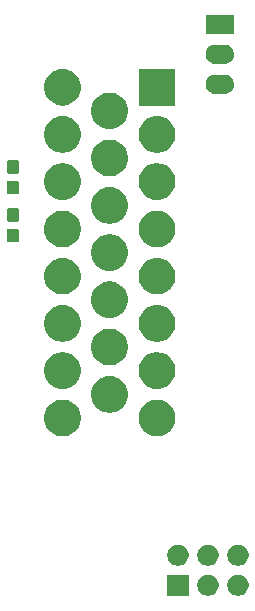
<source format=gbr>
G04 #@! TF.GenerationSoftware,KiCad,Pcbnew,5.1.5-52549c5~84~ubuntu18.04.1*
G04 #@! TF.CreationDate,2020-03-02T19:52:30-05:00*
G04 #@! TF.ProjectId,pedal-board-2020,70656461-6c2d-4626-9f61-72642d323032,rev?*
G04 #@! TF.SameCoordinates,Original*
G04 #@! TF.FileFunction,Soldermask,Bot*
G04 #@! TF.FilePolarity,Negative*
%FSLAX46Y46*%
G04 Gerber Fmt 4.6, Leading zero omitted, Abs format (unit mm)*
G04 Created by KiCad (PCBNEW 5.1.5-52549c5~84~ubuntu18.04.1) date 2020-03-02 19:52:30*
%MOMM*%
%LPD*%
G04 APERTURE LIST*
%ADD10C,0.100000*%
G04 APERTURE END LIST*
D10*
G36*
X98691000Y-111391000D02*
G01*
X96889000Y-111391000D01*
X96889000Y-109589000D01*
X98691000Y-109589000D01*
X98691000Y-111391000D01*
G37*
G36*
X100443512Y-109593927D02*
G01*
X100592812Y-109623624D01*
X100756784Y-109691544D01*
X100904354Y-109790147D01*
X101029853Y-109915646D01*
X101128456Y-110063216D01*
X101196376Y-110227188D01*
X101231000Y-110401259D01*
X101231000Y-110578741D01*
X101196376Y-110752812D01*
X101128456Y-110916784D01*
X101029853Y-111064354D01*
X100904354Y-111189853D01*
X100756784Y-111288456D01*
X100592812Y-111356376D01*
X100443512Y-111386073D01*
X100418742Y-111391000D01*
X100241258Y-111391000D01*
X100216488Y-111386073D01*
X100067188Y-111356376D01*
X99903216Y-111288456D01*
X99755646Y-111189853D01*
X99630147Y-111064354D01*
X99531544Y-110916784D01*
X99463624Y-110752812D01*
X99429000Y-110578741D01*
X99429000Y-110401259D01*
X99463624Y-110227188D01*
X99531544Y-110063216D01*
X99630147Y-109915646D01*
X99755646Y-109790147D01*
X99903216Y-109691544D01*
X100067188Y-109623624D01*
X100216488Y-109593927D01*
X100241258Y-109589000D01*
X100418742Y-109589000D01*
X100443512Y-109593927D01*
G37*
G36*
X102983512Y-109593927D02*
G01*
X103132812Y-109623624D01*
X103296784Y-109691544D01*
X103444354Y-109790147D01*
X103569853Y-109915646D01*
X103668456Y-110063216D01*
X103736376Y-110227188D01*
X103771000Y-110401259D01*
X103771000Y-110578741D01*
X103736376Y-110752812D01*
X103668456Y-110916784D01*
X103569853Y-111064354D01*
X103444354Y-111189853D01*
X103296784Y-111288456D01*
X103132812Y-111356376D01*
X102983512Y-111386073D01*
X102958742Y-111391000D01*
X102781258Y-111391000D01*
X102756488Y-111386073D01*
X102607188Y-111356376D01*
X102443216Y-111288456D01*
X102295646Y-111189853D01*
X102170147Y-111064354D01*
X102071544Y-110916784D01*
X102003624Y-110752812D01*
X101969000Y-110578741D01*
X101969000Y-110401259D01*
X102003624Y-110227188D01*
X102071544Y-110063216D01*
X102170147Y-109915646D01*
X102295646Y-109790147D01*
X102443216Y-109691544D01*
X102607188Y-109623624D01*
X102756488Y-109593927D01*
X102781258Y-109589000D01*
X102958742Y-109589000D01*
X102983512Y-109593927D01*
G37*
G36*
X97903512Y-107053927D02*
G01*
X98052812Y-107083624D01*
X98216784Y-107151544D01*
X98364354Y-107250147D01*
X98489853Y-107375646D01*
X98588456Y-107523216D01*
X98656376Y-107687188D01*
X98691000Y-107861259D01*
X98691000Y-108038741D01*
X98656376Y-108212812D01*
X98588456Y-108376784D01*
X98489853Y-108524354D01*
X98364354Y-108649853D01*
X98216784Y-108748456D01*
X98052812Y-108816376D01*
X97903512Y-108846073D01*
X97878742Y-108851000D01*
X97701258Y-108851000D01*
X97676488Y-108846073D01*
X97527188Y-108816376D01*
X97363216Y-108748456D01*
X97215646Y-108649853D01*
X97090147Y-108524354D01*
X96991544Y-108376784D01*
X96923624Y-108212812D01*
X96889000Y-108038741D01*
X96889000Y-107861259D01*
X96923624Y-107687188D01*
X96991544Y-107523216D01*
X97090147Y-107375646D01*
X97215646Y-107250147D01*
X97363216Y-107151544D01*
X97527188Y-107083624D01*
X97676488Y-107053927D01*
X97701258Y-107049000D01*
X97878742Y-107049000D01*
X97903512Y-107053927D01*
G37*
G36*
X100443512Y-107053927D02*
G01*
X100592812Y-107083624D01*
X100756784Y-107151544D01*
X100904354Y-107250147D01*
X101029853Y-107375646D01*
X101128456Y-107523216D01*
X101196376Y-107687188D01*
X101231000Y-107861259D01*
X101231000Y-108038741D01*
X101196376Y-108212812D01*
X101128456Y-108376784D01*
X101029853Y-108524354D01*
X100904354Y-108649853D01*
X100756784Y-108748456D01*
X100592812Y-108816376D01*
X100443512Y-108846073D01*
X100418742Y-108851000D01*
X100241258Y-108851000D01*
X100216488Y-108846073D01*
X100067188Y-108816376D01*
X99903216Y-108748456D01*
X99755646Y-108649853D01*
X99630147Y-108524354D01*
X99531544Y-108376784D01*
X99463624Y-108212812D01*
X99429000Y-108038741D01*
X99429000Y-107861259D01*
X99463624Y-107687188D01*
X99531544Y-107523216D01*
X99630147Y-107375646D01*
X99755646Y-107250147D01*
X99903216Y-107151544D01*
X100067188Y-107083624D01*
X100216488Y-107053927D01*
X100241258Y-107049000D01*
X100418742Y-107049000D01*
X100443512Y-107053927D01*
G37*
G36*
X102983512Y-107053927D02*
G01*
X103132812Y-107083624D01*
X103296784Y-107151544D01*
X103444354Y-107250147D01*
X103569853Y-107375646D01*
X103668456Y-107523216D01*
X103736376Y-107687188D01*
X103771000Y-107861259D01*
X103771000Y-108038741D01*
X103736376Y-108212812D01*
X103668456Y-108376784D01*
X103569853Y-108524354D01*
X103444354Y-108649853D01*
X103296784Y-108748456D01*
X103132812Y-108816376D01*
X102983512Y-108846073D01*
X102958742Y-108851000D01*
X102781258Y-108851000D01*
X102756488Y-108846073D01*
X102607188Y-108816376D01*
X102443216Y-108748456D01*
X102295646Y-108649853D01*
X102170147Y-108524354D01*
X102071544Y-108376784D01*
X102003624Y-108212812D01*
X101969000Y-108038741D01*
X101969000Y-107861259D01*
X102003624Y-107687188D01*
X102071544Y-107523216D01*
X102170147Y-107375646D01*
X102295646Y-107250147D01*
X102443216Y-107151544D01*
X102607188Y-107083624D01*
X102756488Y-107053927D01*
X102781258Y-107049000D01*
X102958742Y-107049000D01*
X102983512Y-107053927D01*
G37*
G36*
X96314585Y-94804802D02*
G01*
X96464410Y-94834604D01*
X96746674Y-94951521D01*
X97000705Y-95121259D01*
X97216741Y-95337295D01*
X97386479Y-95591326D01*
X97503396Y-95873590D01*
X97563000Y-96173240D01*
X97563000Y-96478760D01*
X97503396Y-96778410D01*
X97386479Y-97060674D01*
X97216741Y-97314705D01*
X97000705Y-97530741D01*
X96746674Y-97700479D01*
X96464410Y-97817396D01*
X96314585Y-97847198D01*
X96164761Y-97877000D01*
X95859239Y-97877000D01*
X95709415Y-97847198D01*
X95559590Y-97817396D01*
X95277326Y-97700479D01*
X95023295Y-97530741D01*
X94807259Y-97314705D01*
X94637521Y-97060674D01*
X94520604Y-96778410D01*
X94461000Y-96478760D01*
X94461000Y-96173240D01*
X94520604Y-95873590D01*
X94637521Y-95591326D01*
X94807259Y-95337295D01*
X95023295Y-95121259D01*
X95277326Y-94951521D01*
X95559590Y-94834604D01*
X95709415Y-94804802D01*
X95859239Y-94775000D01*
X96164761Y-94775000D01*
X96314585Y-94804802D01*
G37*
G36*
X88314585Y-94804802D02*
G01*
X88464410Y-94834604D01*
X88746674Y-94951521D01*
X89000705Y-95121259D01*
X89216741Y-95337295D01*
X89386479Y-95591326D01*
X89503396Y-95873590D01*
X89563000Y-96173240D01*
X89563000Y-96478760D01*
X89503396Y-96778410D01*
X89386479Y-97060674D01*
X89216741Y-97314705D01*
X89000705Y-97530741D01*
X88746674Y-97700479D01*
X88464410Y-97817396D01*
X88314585Y-97847198D01*
X88164761Y-97877000D01*
X87859239Y-97877000D01*
X87709415Y-97847198D01*
X87559590Y-97817396D01*
X87277326Y-97700479D01*
X87023295Y-97530741D01*
X86807259Y-97314705D01*
X86637521Y-97060674D01*
X86520604Y-96778410D01*
X86461000Y-96478760D01*
X86461000Y-96173240D01*
X86520604Y-95873590D01*
X86637521Y-95591326D01*
X86807259Y-95337295D01*
X87023295Y-95121259D01*
X87277326Y-94951521D01*
X87559590Y-94834604D01*
X87709415Y-94804802D01*
X87859239Y-94775000D01*
X88164761Y-94775000D01*
X88314585Y-94804802D01*
G37*
G36*
X92314585Y-92804802D02*
G01*
X92464410Y-92834604D01*
X92746674Y-92951521D01*
X93000705Y-93121259D01*
X93216741Y-93337295D01*
X93386479Y-93591326D01*
X93503396Y-93873590D01*
X93563000Y-94173240D01*
X93563000Y-94478760D01*
X93503396Y-94778410D01*
X93386479Y-95060674D01*
X93216741Y-95314705D01*
X93000705Y-95530741D01*
X92746674Y-95700479D01*
X92464410Y-95817396D01*
X92314585Y-95847198D01*
X92164761Y-95877000D01*
X91859239Y-95877000D01*
X91709415Y-95847198D01*
X91559590Y-95817396D01*
X91277326Y-95700479D01*
X91023295Y-95530741D01*
X90807259Y-95314705D01*
X90637521Y-95060674D01*
X90520604Y-94778410D01*
X90461000Y-94478760D01*
X90461000Y-94173240D01*
X90520604Y-93873590D01*
X90637521Y-93591326D01*
X90807259Y-93337295D01*
X91023295Y-93121259D01*
X91277326Y-92951521D01*
X91559590Y-92834604D01*
X91709415Y-92804802D01*
X91859239Y-92775000D01*
X92164761Y-92775000D01*
X92314585Y-92804802D01*
G37*
G36*
X88314585Y-90804802D02*
G01*
X88464410Y-90834604D01*
X88746674Y-90951521D01*
X89000705Y-91121259D01*
X89216741Y-91337295D01*
X89386479Y-91591326D01*
X89503396Y-91873590D01*
X89563000Y-92173240D01*
X89563000Y-92478760D01*
X89503396Y-92778410D01*
X89386479Y-93060674D01*
X89216741Y-93314705D01*
X89000705Y-93530741D01*
X88746674Y-93700479D01*
X88464410Y-93817396D01*
X88314585Y-93847198D01*
X88164761Y-93877000D01*
X87859239Y-93877000D01*
X87709415Y-93847198D01*
X87559590Y-93817396D01*
X87277326Y-93700479D01*
X87023295Y-93530741D01*
X86807259Y-93314705D01*
X86637521Y-93060674D01*
X86520604Y-92778410D01*
X86461000Y-92478760D01*
X86461000Y-92173240D01*
X86520604Y-91873590D01*
X86637521Y-91591326D01*
X86807259Y-91337295D01*
X87023295Y-91121259D01*
X87277326Y-90951521D01*
X87559590Y-90834604D01*
X87709415Y-90804802D01*
X87859239Y-90775000D01*
X88164761Y-90775000D01*
X88314585Y-90804802D01*
G37*
G36*
X96314585Y-90804802D02*
G01*
X96464410Y-90834604D01*
X96746674Y-90951521D01*
X97000705Y-91121259D01*
X97216741Y-91337295D01*
X97386479Y-91591326D01*
X97503396Y-91873590D01*
X97563000Y-92173240D01*
X97563000Y-92478760D01*
X97503396Y-92778410D01*
X97386479Y-93060674D01*
X97216741Y-93314705D01*
X97000705Y-93530741D01*
X96746674Y-93700479D01*
X96464410Y-93817396D01*
X96314585Y-93847198D01*
X96164761Y-93877000D01*
X95859239Y-93877000D01*
X95709415Y-93847198D01*
X95559590Y-93817396D01*
X95277326Y-93700479D01*
X95023295Y-93530741D01*
X94807259Y-93314705D01*
X94637521Y-93060674D01*
X94520604Y-92778410D01*
X94461000Y-92478760D01*
X94461000Y-92173240D01*
X94520604Y-91873590D01*
X94637521Y-91591326D01*
X94807259Y-91337295D01*
X95023295Y-91121259D01*
X95277326Y-90951521D01*
X95559590Y-90834604D01*
X95709415Y-90804802D01*
X95859239Y-90775000D01*
X96164761Y-90775000D01*
X96314585Y-90804802D01*
G37*
G36*
X92314585Y-88804802D02*
G01*
X92464410Y-88834604D01*
X92746674Y-88951521D01*
X93000705Y-89121259D01*
X93216741Y-89337295D01*
X93386479Y-89591326D01*
X93503396Y-89873590D01*
X93563000Y-90173240D01*
X93563000Y-90478760D01*
X93503396Y-90778410D01*
X93386479Y-91060674D01*
X93216741Y-91314705D01*
X93000705Y-91530741D01*
X92746674Y-91700479D01*
X92464410Y-91817396D01*
X92314585Y-91847198D01*
X92164761Y-91877000D01*
X91859239Y-91877000D01*
X91709415Y-91847198D01*
X91559590Y-91817396D01*
X91277326Y-91700479D01*
X91023295Y-91530741D01*
X90807259Y-91314705D01*
X90637521Y-91060674D01*
X90520604Y-90778410D01*
X90461000Y-90478760D01*
X90461000Y-90173240D01*
X90520604Y-89873590D01*
X90637521Y-89591326D01*
X90807259Y-89337295D01*
X91023295Y-89121259D01*
X91277326Y-88951521D01*
X91559590Y-88834604D01*
X91709415Y-88804802D01*
X91859239Y-88775000D01*
X92164761Y-88775000D01*
X92314585Y-88804802D01*
G37*
G36*
X96314585Y-86804802D02*
G01*
X96464410Y-86834604D01*
X96746674Y-86951521D01*
X97000705Y-87121259D01*
X97216741Y-87337295D01*
X97386479Y-87591326D01*
X97503396Y-87873590D01*
X97563000Y-88173240D01*
X97563000Y-88478760D01*
X97503396Y-88778410D01*
X97386479Y-89060674D01*
X97216741Y-89314705D01*
X97000705Y-89530741D01*
X96746674Y-89700479D01*
X96464410Y-89817396D01*
X96314585Y-89847198D01*
X96164761Y-89877000D01*
X95859239Y-89877000D01*
X95709415Y-89847198D01*
X95559590Y-89817396D01*
X95277326Y-89700479D01*
X95023295Y-89530741D01*
X94807259Y-89314705D01*
X94637521Y-89060674D01*
X94520604Y-88778410D01*
X94461000Y-88478760D01*
X94461000Y-88173240D01*
X94520604Y-87873590D01*
X94637521Y-87591326D01*
X94807259Y-87337295D01*
X95023295Y-87121259D01*
X95277326Y-86951521D01*
X95559590Y-86834604D01*
X95709415Y-86804802D01*
X95859239Y-86775000D01*
X96164761Y-86775000D01*
X96314585Y-86804802D01*
G37*
G36*
X88314585Y-86804802D02*
G01*
X88464410Y-86834604D01*
X88746674Y-86951521D01*
X89000705Y-87121259D01*
X89216741Y-87337295D01*
X89386479Y-87591326D01*
X89503396Y-87873590D01*
X89563000Y-88173240D01*
X89563000Y-88478760D01*
X89503396Y-88778410D01*
X89386479Y-89060674D01*
X89216741Y-89314705D01*
X89000705Y-89530741D01*
X88746674Y-89700479D01*
X88464410Y-89817396D01*
X88314585Y-89847198D01*
X88164761Y-89877000D01*
X87859239Y-89877000D01*
X87709415Y-89847198D01*
X87559590Y-89817396D01*
X87277326Y-89700479D01*
X87023295Y-89530741D01*
X86807259Y-89314705D01*
X86637521Y-89060674D01*
X86520604Y-88778410D01*
X86461000Y-88478760D01*
X86461000Y-88173240D01*
X86520604Y-87873590D01*
X86637521Y-87591326D01*
X86807259Y-87337295D01*
X87023295Y-87121259D01*
X87277326Y-86951521D01*
X87559590Y-86834604D01*
X87709415Y-86804802D01*
X87859239Y-86775000D01*
X88164761Y-86775000D01*
X88314585Y-86804802D01*
G37*
G36*
X92314585Y-84804802D02*
G01*
X92464410Y-84834604D01*
X92746674Y-84951521D01*
X93000705Y-85121259D01*
X93216741Y-85337295D01*
X93386479Y-85591326D01*
X93503396Y-85873590D01*
X93563000Y-86173240D01*
X93563000Y-86478760D01*
X93503396Y-86778410D01*
X93386479Y-87060674D01*
X93216741Y-87314705D01*
X93000705Y-87530741D01*
X92746674Y-87700479D01*
X92464410Y-87817396D01*
X92314585Y-87847198D01*
X92164761Y-87877000D01*
X91859239Y-87877000D01*
X91709415Y-87847198D01*
X91559590Y-87817396D01*
X91277326Y-87700479D01*
X91023295Y-87530741D01*
X90807259Y-87314705D01*
X90637521Y-87060674D01*
X90520604Y-86778410D01*
X90461000Y-86478760D01*
X90461000Y-86173240D01*
X90520604Y-85873590D01*
X90637521Y-85591326D01*
X90807259Y-85337295D01*
X91023295Y-85121259D01*
X91277326Y-84951521D01*
X91559590Y-84834604D01*
X91709415Y-84804802D01*
X91859239Y-84775000D01*
X92164761Y-84775000D01*
X92314585Y-84804802D01*
G37*
G36*
X96314585Y-82804802D02*
G01*
X96464410Y-82834604D01*
X96746674Y-82951521D01*
X97000705Y-83121259D01*
X97216741Y-83337295D01*
X97386479Y-83591326D01*
X97503396Y-83873590D01*
X97563000Y-84173240D01*
X97563000Y-84478760D01*
X97503396Y-84778410D01*
X97386479Y-85060674D01*
X97216741Y-85314705D01*
X97000705Y-85530741D01*
X96746674Y-85700479D01*
X96464410Y-85817396D01*
X96314585Y-85847198D01*
X96164761Y-85877000D01*
X95859239Y-85877000D01*
X95709415Y-85847198D01*
X95559590Y-85817396D01*
X95277326Y-85700479D01*
X95023295Y-85530741D01*
X94807259Y-85314705D01*
X94637521Y-85060674D01*
X94520604Y-84778410D01*
X94461000Y-84478760D01*
X94461000Y-84173240D01*
X94520604Y-83873590D01*
X94637521Y-83591326D01*
X94807259Y-83337295D01*
X95023295Y-83121259D01*
X95277326Y-82951521D01*
X95559590Y-82834604D01*
X95709415Y-82804802D01*
X95859239Y-82775000D01*
X96164761Y-82775000D01*
X96314585Y-82804802D01*
G37*
G36*
X88314585Y-82804802D02*
G01*
X88464410Y-82834604D01*
X88746674Y-82951521D01*
X89000705Y-83121259D01*
X89216741Y-83337295D01*
X89386479Y-83591326D01*
X89503396Y-83873590D01*
X89563000Y-84173240D01*
X89563000Y-84478760D01*
X89503396Y-84778410D01*
X89386479Y-85060674D01*
X89216741Y-85314705D01*
X89000705Y-85530741D01*
X88746674Y-85700479D01*
X88464410Y-85817396D01*
X88314585Y-85847198D01*
X88164761Y-85877000D01*
X87859239Y-85877000D01*
X87709415Y-85847198D01*
X87559590Y-85817396D01*
X87277326Y-85700479D01*
X87023295Y-85530741D01*
X86807259Y-85314705D01*
X86637521Y-85060674D01*
X86520604Y-84778410D01*
X86461000Y-84478760D01*
X86461000Y-84173240D01*
X86520604Y-83873590D01*
X86637521Y-83591326D01*
X86807259Y-83337295D01*
X87023295Y-83121259D01*
X87277326Y-82951521D01*
X87559590Y-82834604D01*
X87709415Y-82804802D01*
X87859239Y-82775000D01*
X88164761Y-82775000D01*
X88314585Y-82804802D01*
G37*
G36*
X92314585Y-80804802D02*
G01*
X92464410Y-80834604D01*
X92746674Y-80951521D01*
X93000705Y-81121259D01*
X93216741Y-81337295D01*
X93386479Y-81591326D01*
X93503396Y-81873590D01*
X93563000Y-82173240D01*
X93563000Y-82478760D01*
X93503396Y-82778410D01*
X93386479Y-83060674D01*
X93216741Y-83314705D01*
X93000705Y-83530741D01*
X92746674Y-83700479D01*
X92464410Y-83817396D01*
X92314585Y-83847198D01*
X92164761Y-83877000D01*
X91859239Y-83877000D01*
X91709415Y-83847198D01*
X91559590Y-83817396D01*
X91277326Y-83700479D01*
X91023295Y-83530741D01*
X90807259Y-83314705D01*
X90637521Y-83060674D01*
X90520604Y-82778410D01*
X90461000Y-82478760D01*
X90461000Y-82173240D01*
X90520604Y-81873590D01*
X90637521Y-81591326D01*
X90807259Y-81337295D01*
X91023295Y-81121259D01*
X91277326Y-80951521D01*
X91559590Y-80834604D01*
X91709415Y-80804802D01*
X91859239Y-80775000D01*
X92164761Y-80775000D01*
X92314585Y-80804802D01*
G37*
G36*
X88314585Y-78804802D02*
G01*
X88464410Y-78834604D01*
X88746674Y-78951521D01*
X89000705Y-79121259D01*
X89216741Y-79337295D01*
X89386479Y-79591326D01*
X89503396Y-79873590D01*
X89503396Y-79873591D01*
X89563000Y-80173239D01*
X89563000Y-80478761D01*
X89533198Y-80628585D01*
X89503396Y-80778410D01*
X89386479Y-81060674D01*
X89216741Y-81314705D01*
X89000705Y-81530741D01*
X88746674Y-81700479D01*
X88464410Y-81817396D01*
X88314585Y-81847198D01*
X88164761Y-81877000D01*
X87859239Y-81877000D01*
X87709415Y-81847198D01*
X87559590Y-81817396D01*
X87277326Y-81700479D01*
X87023295Y-81530741D01*
X86807259Y-81314705D01*
X86637521Y-81060674D01*
X86520604Y-80778410D01*
X86490802Y-80628585D01*
X86461000Y-80478761D01*
X86461000Y-80173239D01*
X86520604Y-79873591D01*
X86520604Y-79873590D01*
X86637521Y-79591326D01*
X86807259Y-79337295D01*
X87023295Y-79121259D01*
X87277326Y-78951521D01*
X87559590Y-78834604D01*
X87709415Y-78804802D01*
X87859239Y-78775000D01*
X88164761Y-78775000D01*
X88314585Y-78804802D01*
G37*
G36*
X96314585Y-78804802D02*
G01*
X96464410Y-78834604D01*
X96746674Y-78951521D01*
X97000705Y-79121259D01*
X97216741Y-79337295D01*
X97386479Y-79591326D01*
X97503396Y-79873590D01*
X97503396Y-79873591D01*
X97563000Y-80173239D01*
X97563000Y-80478761D01*
X97533198Y-80628585D01*
X97503396Y-80778410D01*
X97386479Y-81060674D01*
X97216741Y-81314705D01*
X97000705Y-81530741D01*
X96746674Y-81700479D01*
X96464410Y-81817396D01*
X96314585Y-81847198D01*
X96164761Y-81877000D01*
X95859239Y-81877000D01*
X95709415Y-81847198D01*
X95559590Y-81817396D01*
X95277326Y-81700479D01*
X95023295Y-81530741D01*
X94807259Y-81314705D01*
X94637521Y-81060674D01*
X94520604Y-80778410D01*
X94490802Y-80628585D01*
X94461000Y-80478761D01*
X94461000Y-80173239D01*
X94520604Y-79873591D01*
X94520604Y-79873590D01*
X94637521Y-79591326D01*
X94807259Y-79337295D01*
X95023295Y-79121259D01*
X95277326Y-78951521D01*
X95559590Y-78834604D01*
X95709415Y-78804802D01*
X95859239Y-78775000D01*
X96164761Y-78775000D01*
X96314585Y-78804802D01*
G37*
G36*
X84184499Y-80313445D02*
G01*
X84221995Y-80324820D01*
X84256554Y-80343292D01*
X84286847Y-80368153D01*
X84311708Y-80398446D01*
X84330180Y-80433005D01*
X84341555Y-80470501D01*
X84346000Y-80515638D01*
X84346000Y-81254362D01*
X84341555Y-81299499D01*
X84330180Y-81336995D01*
X84311708Y-81371554D01*
X84286847Y-81401847D01*
X84256554Y-81426708D01*
X84221995Y-81445180D01*
X84184499Y-81456555D01*
X84139362Y-81461000D01*
X83500638Y-81461000D01*
X83455501Y-81456555D01*
X83418005Y-81445180D01*
X83383446Y-81426708D01*
X83353153Y-81401847D01*
X83328292Y-81371554D01*
X83309820Y-81336995D01*
X83298445Y-81299499D01*
X83294000Y-81254362D01*
X83294000Y-80515638D01*
X83298445Y-80470501D01*
X83309820Y-80433005D01*
X83328292Y-80398446D01*
X83353153Y-80368153D01*
X83383446Y-80343292D01*
X83418005Y-80324820D01*
X83455501Y-80313445D01*
X83500638Y-80309000D01*
X84139362Y-80309000D01*
X84184499Y-80313445D01*
G37*
G36*
X92314585Y-76804802D02*
G01*
X92464410Y-76834604D01*
X92746674Y-76951521D01*
X93000705Y-77121259D01*
X93216741Y-77337295D01*
X93386479Y-77591326D01*
X93503396Y-77873590D01*
X93563000Y-78173240D01*
X93563000Y-78478760D01*
X93503396Y-78778410D01*
X93386479Y-79060674D01*
X93216741Y-79314705D01*
X93000705Y-79530741D01*
X92746674Y-79700479D01*
X92464410Y-79817396D01*
X92314585Y-79847198D01*
X92164761Y-79877000D01*
X91859239Y-79877000D01*
X91709415Y-79847198D01*
X91559590Y-79817396D01*
X91277326Y-79700479D01*
X91023295Y-79530741D01*
X90807259Y-79314705D01*
X90637521Y-79060674D01*
X90520604Y-78778410D01*
X90461000Y-78478760D01*
X90461000Y-78173240D01*
X90520604Y-77873590D01*
X90637521Y-77591326D01*
X90807259Y-77337295D01*
X91023295Y-77121259D01*
X91277326Y-76951521D01*
X91559590Y-76834604D01*
X91709415Y-76804802D01*
X91859239Y-76775000D01*
X92164761Y-76775000D01*
X92314585Y-76804802D01*
G37*
G36*
X84184499Y-78563445D02*
G01*
X84221995Y-78574820D01*
X84256554Y-78593292D01*
X84286847Y-78618153D01*
X84311708Y-78648446D01*
X84330180Y-78683005D01*
X84341555Y-78720501D01*
X84346000Y-78765638D01*
X84346000Y-79504362D01*
X84341555Y-79549499D01*
X84330180Y-79586995D01*
X84311708Y-79621554D01*
X84286847Y-79651847D01*
X84256554Y-79676708D01*
X84221995Y-79695180D01*
X84184499Y-79706555D01*
X84139362Y-79711000D01*
X83500638Y-79711000D01*
X83455501Y-79706555D01*
X83418005Y-79695180D01*
X83383446Y-79676708D01*
X83353153Y-79651847D01*
X83328292Y-79621554D01*
X83309820Y-79586995D01*
X83298445Y-79549499D01*
X83294000Y-79504362D01*
X83294000Y-78765638D01*
X83298445Y-78720501D01*
X83309820Y-78683005D01*
X83328292Y-78648446D01*
X83353153Y-78618153D01*
X83383446Y-78593292D01*
X83418005Y-78574820D01*
X83455501Y-78563445D01*
X83500638Y-78559000D01*
X84139362Y-78559000D01*
X84184499Y-78563445D01*
G37*
G36*
X96314585Y-74804802D02*
G01*
X96464410Y-74834604D01*
X96746674Y-74951521D01*
X97000705Y-75121259D01*
X97216741Y-75337295D01*
X97386479Y-75591326D01*
X97503396Y-75873590D01*
X97563000Y-76173240D01*
X97563000Y-76478760D01*
X97503396Y-76778410D01*
X97386479Y-77060674D01*
X97216741Y-77314705D01*
X97000705Y-77530741D01*
X96746674Y-77700479D01*
X96464410Y-77817396D01*
X96314585Y-77847198D01*
X96164761Y-77877000D01*
X95859239Y-77877000D01*
X95709415Y-77847198D01*
X95559590Y-77817396D01*
X95277326Y-77700479D01*
X95023295Y-77530741D01*
X94807259Y-77314705D01*
X94637521Y-77060674D01*
X94520604Y-76778410D01*
X94461000Y-76478760D01*
X94461000Y-76173240D01*
X94520604Y-75873590D01*
X94637521Y-75591326D01*
X94807259Y-75337295D01*
X95023295Y-75121259D01*
X95277326Y-74951521D01*
X95559590Y-74834604D01*
X95709415Y-74804802D01*
X95859239Y-74775000D01*
X96164761Y-74775000D01*
X96314585Y-74804802D01*
G37*
G36*
X88314585Y-74804802D02*
G01*
X88464410Y-74834604D01*
X88746674Y-74951521D01*
X89000705Y-75121259D01*
X89216741Y-75337295D01*
X89386479Y-75591326D01*
X89503396Y-75873590D01*
X89563000Y-76173240D01*
X89563000Y-76478760D01*
X89503396Y-76778410D01*
X89386479Y-77060674D01*
X89216741Y-77314705D01*
X89000705Y-77530741D01*
X88746674Y-77700479D01*
X88464410Y-77817396D01*
X88314585Y-77847198D01*
X88164761Y-77877000D01*
X87859239Y-77877000D01*
X87709415Y-77847198D01*
X87559590Y-77817396D01*
X87277326Y-77700479D01*
X87023295Y-77530741D01*
X86807259Y-77314705D01*
X86637521Y-77060674D01*
X86520604Y-76778410D01*
X86461000Y-76478760D01*
X86461000Y-76173240D01*
X86520604Y-75873590D01*
X86637521Y-75591326D01*
X86807259Y-75337295D01*
X87023295Y-75121259D01*
X87277326Y-74951521D01*
X87559590Y-74834604D01*
X87709415Y-74804802D01*
X87859239Y-74775000D01*
X88164761Y-74775000D01*
X88314585Y-74804802D01*
G37*
G36*
X84184499Y-76249445D02*
G01*
X84221995Y-76260820D01*
X84256554Y-76279292D01*
X84286847Y-76304153D01*
X84311708Y-76334446D01*
X84330180Y-76369005D01*
X84341555Y-76406501D01*
X84346000Y-76451638D01*
X84346000Y-77190362D01*
X84341555Y-77235499D01*
X84330180Y-77272995D01*
X84311708Y-77307554D01*
X84286847Y-77337847D01*
X84256554Y-77362708D01*
X84221995Y-77381180D01*
X84184499Y-77392555D01*
X84139362Y-77397000D01*
X83500638Y-77397000D01*
X83455501Y-77392555D01*
X83418005Y-77381180D01*
X83383446Y-77362708D01*
X83353153Y-77337847D01*
X83328292Y-77307554D01*
X83309820Y-77272995D01*
X83298445Y-77235499D01*
X83294000Y-77190362D01*
X83294000Y-76451638D01*
X83298445Y-76406501D01*
X83309820Y-76369005D01*
X83328292Y-76334446D01*
X83353153Y-76304153D01*
X83383446Y-76279292D01*
X83418005Y-76260820D01*
X83455501Y-76249445D01*
X83500638Y-76245000D01*
X84139362Y-76245000D01*
X84184499Y-76249445D01*
G37*
G36*
X92314585Y-72804802D02*
G01*
X92464410Y-72834604D01*
X92746674Y-72951521D01*
X93000705Y-73121259D01*
X93216741Y-73337295D01*
X93386479Y-73591326D01*
X93503396Y-73873590D01*
X93503396Y-73873591D01*
X93563000Y-74173239D01*
X93563000Y-74478761D01*
X93544447Y-74572031D01*
X93503396Y-74778410D01*
X93386479Y-75060674D01*
X93216741Y-75314705D01*
X93000705Y-75530741D01*
X92746674Y-75700479D01*
X92464410Y-75817396D01*
X92314585Y-75847198D01*
X92164761Y-75877000D01*
X91859239Y-75877000D01*
X91709415Y-75847198D01*
X91559590Y-75817396D01*
X91277326Y-75700479D01*
X91023295Y-75530741D01*
X90807259Y-75314705D01*
X90637521Y-75060674D01*
X90520604Y-74778410D01*
X90479553Y-74572031D01*
X90461000Y-74478761D01*
X90461000Y-74173239D01*
X90520604Y-73873591D01*
X90520604Y-73873590D01*
X90637521Y-73591326D01*
X90807259Y-73337295D01*
X91023295Y-73121259D01*
X91277326Y-72951521D01*
X91559590Y-72834604D01*
X91709415Y-72804802D01*
X91859239Y-72775000D01*
X92164761Y-72775000D01*
X92314585Y-72804802D01*
G37*
G36*
X84184499Y-74499445D02*
G01*
X84221995Y-74510820D01*
X84256554Y-74529292D01*
X84286847Y-74554153D01*
X84311708Y-74584446D01*
X84330180Y-74619005D01*
X84341555Y-74656501D01*
X84346000Y-74701638D01*
X84346000Y-75440362D01*
X84341555Y-75485499D01*
X84330180Y-75522995D01*
X84311708Y-75557554D01*
X84286847Y-75587847D01*
X84256554Y-75612708D01*
X84221995Y-75631180D01*
X84184499Y-75642555D01*
X84139362Y-75647000D01*
X83500638Y-75647000D01*
X83455501Y-75642555D01*
X83418005Y-75631180D01*
X83383446Y-75612708D01*
X83353153Y-75587847D01*
X83328292Y-75557554D01*
X83309820Y-75522995D01*
X83298445Y-75485499D01*
X83294000Y-75440362D01*
X83294000Y-74701638D01*
X83298445Y-74656501D01*
X83309820Y-74619005D01*
X83328292Y-74584446D01*
X83353153Y-74554153D01*
X83383446Y-74529292D01*
X83418005Y-74510820D01*
X83455501Y-74499445D01*
X83500638Y-74495000D01*
X84139362Y-74495000D01*
X84184499Y-74499445D01*
G37*
G36*
X96314585Y-70804802D02*
G01*
X96464410Y-70834604D01*
X96746674Y-70951521D01*
X97000705Y-71121259D01*
X97216741Y-71337295D01*
X97386479Y-71591326D01*
X97503396Y-71873590D01*
X97563000Y-72173240D01*
X97563000Y-72478760D01*
X97503396Y-72778410D01*
X97386479Y-73060674D01*
X97216741Y-73314705D01*
X97000705Y-73530741D01*
X96746674Y-73700479D01*
X96464410Y-73817396D01*
X96314585Y-73847198D01*
X96164761Y-73877000D01*
X95859239Y-73877000D01*
X95709415Y-73847198D01*
X95559590Y-73817396D01*
X95277326Y-73700479D01*
X95023295Y-73530741D01*
X94807259Y-73314705D01*
X94637521Y-73060674D01*
X94520604Y-72778410D01*
X94461000Y-72478760D01*
X94461000Y-72173240D01*
X94520604Y-71873590D01*
X94637521Y-71591326D01*
X94807259Y-71337295D01*
X95023295Y-71121259D01*
X95277326Y-70951521D01*
X95559590Y-70834604D01*
X95709415Y-70804802D01*
X95859239Y-70775000D01*
X96164761Y-70775000D01*
X96314585Y-70804802D01*
G37*
G36*
X88314585Y-70804802D02*
G01*
X88464410Y-70834604D01*
X88746674Y-70951521D01*
X89000705Y-71121259D01*
X89216741Y-71337295D01*
X89386479Y-71591326D01*
X89503396Y-71873590D01*
X89563000Y-72173240D01*
X89563000Y-72478760D01*
X89503396Y-72778410D01*
X89386479Y-73060674D01*
X89216741Y-73314705D01*
X89000705Y-73530741D01*
X88746674Y-73700479D01*
X88464410Y-73817396D01*
X88314585Y-73847198D01*
X88164761Y-73877000D01*
X87859239Y-73877000D01*
X87709415Y-73847198D01*
X87559590Y-73817396D01*
X87277326Y-73700479D01*
X87023295Y-73530741D01*
X86807259Y-73314705D01*
X86637521Y-73060674D01*
X86520604Y-72778410D01*
X86461000Y-72478760D01*
X86461000Y-72173240D01*
X86520604Y-71873590D01*
X86637521Y-71591326D01*
X86807259Y-71337295D01*
X87023295Y-71121259D01*
X87277326Y-70951521D01*
X87559590Y-70834604D01*
X87709415Y-70804802D01*
X87859239Y-70775000D01*
X88164761Y-70775000D01*
X88314585Y-70804802D01*
G37*
G36*
X92314585Y-68804802D02*
G01*
X92464410Y-68834604D01*
X92746674Y-68951521D01*
X93000705Y-69121259D01*
X93216741Y-69337295D01*
X93386479Y-69591326D01*
X93503396Y-69873590D01*
X93563000Y-70173240D01*
X93563000Y-70478760D01*
X93503396Y-70778410D01*
X93386479Y-71060674D01*
X93216741Y-71314705D01*
X93000705Y-71530741D01*
X92746674Y-71700479D01*
X92464410Y-71817396D01*
X92314585Y-71847198D01*
X92164761Y-71877000D01*
X91859239Y-71877000D01*
X91709415Y-71847198D01*
X91559590Y-71817396D01*
X91277326Y-71700479D01*
X91023295Y-71530741D01*
X90807259Y-71314705D01*
X90637521Y-71060674D01*
X90520604Y-70778410D01*
X90461000Y-70478760D01*
X90461000Y-70173240D01*
X90520604Y-69873590D01*
X90637521Y-69591326D01*
X90807259Y-69337295D01*
X91023295Y-69121259D01*
X91277326Y-68951521D01*
X91559590Y-68834604D01*
X91709415Y-68804802D01*
X91859239Y-68775000D01*
X92164761Y-68775000D01*
X92314585Y-68804802D01*
G37*
G36*
X97563000Y-69877000D02*
G01*
X94461000Y-69877000D01*
X94461000Y-66775000D01*
X97563000Y-66775000D01*
X97563000Y-69877000D01*
G37*
G36*
X88314585Y-66804802D02*
G01*
X88464410Y-66834604D01*
X88746674Y-66951521D01*
X89000705Y-67121259D01*
X89216741Y-67337295D01*
X89386479Y-67591326D01*
X89503396Y-67873590D01*
X89563000Y-68173240D01*
X89563000Y-68478760D01*
X89503396Y-68778410D01*
X89386479Y-69060674D01*
X89216741Y-69314705D01*
X89000705Y-69530741D01*
X88746674Y-69700479D01*
X88464410Y-69817396D01*
X88314585Y-69847198D01*
X88164761Y-69877000D01*
X87859239Y-69877000D01*
X87709415Y-69847198D01*
X87559590Y-69817396D01*
X87277326Y-69700479D01*
X87023295Y-69530741D01*
X86807259Y-69314705D01*
X86637521Y-69060674D01*
X86520604Y-68778410D01*
X86461000Y-68478760D01*
X86461000Y-68173240D01*
X86520604Y-67873590D01*
X86637521Y-67591326D01*
X86807259Y-67337295D01*
X87023295Y-67121259D01*
X87277326Y-66951521D01*
X87559590Y-66834604D01*
X87709415Y-66804802D01*
X87859239Y-66775000D01*
X88164761Y-66775000D01*
X88314585Y-66804802D01*
G37*
G36*
X101824571Y-67274863D02*
G01*
X101903023Y-67282590D01*
X102003682Y-67313125D01*
X102054013Y-67328392D01*
X102193165Y-67402771D01*
X102315133Y-67502867D01*
X102415229Y-67624835D01*
X102489608Y-67763987D01*
X102489608Y-67763988D01*
X102535410Y-67914977D01*
X102550875Y-68072000D01*
X102535410Y-68229023D01*
X102504875Y-68329682D01*
X102489608Y-68380013D01*
X102415229Y-68519165D01*
X102315133Y-68641133D01*
X102193165Y-68741229D01*
X102054013Y-68815608D01*
X102003682Y-68830875D01*
X101903023Y-68861410D01*
X101824571Y-68869137D01*
X101785346Y-68873000D01*
X100906654Y-68873000D01*
X100867429Y-68869137D01*
X100788977Y-68861410D01*
X100688318Y-68830875D01*
X100637987Y-68815608D01*
X100498835Y-68741229D01*
X100376867Y-68641133D01*
X100276771Y-68519165D01*
X100202392Y-68380013D01*
X100187125Y-68329682D01*
X100156590Y-68229023D01*
X100141125Y-68072000D01*
X100156590Y-67914977D01*
X100202392Y-67763988D01*
X100202392Y-67763987D01*
X100276771Y-67624835D01*
X100376867Y-67502867D01*
X100498835Y-67402771D01*
X100637987Y-67328392D01*
X100688318Y-67313125D01*
X100788977Y-67282590D01*
X100867429Y-67274863D01*
X100906654Y-67271000D01*
X101785346Y-67271000D01*
X101824571Y-67274863D01*
G37*
G36*
X101824571Y-64734863D02*
G01*
X101903023Y-64742590D01*
X102003682Y-64773125D01*
X102054013Y-64788392D01*
X102193165Y-64862771D01*
X102315133Y-64962867D01*
X102415229Y-65084835D01*
X102489608Y-65223987D01*
X102489608Y-65223988D01*
X102535410Y-65374977D01*
X102550875Y-65532000D01*
X102535410Y-65689023D01*
X102504875Y-65789682D01*
X102489608Y-65840013D01*
X102415229Y-65979165D01*
X102315133Y-66101133D01*
X102193165Y-66201229D01*
X102054013Y-66275608D01*
X102003682Y-66290875D01*
X101903023Y-66321410D01*
X101824571Y-66329137D01*
X101785346Y-66333000D01*
X100906654Y-66333000D01*
X100867429Y-66329137D01*
X100788977Y-66321410D01*
X100688318Y-66290875D01*
X100637987Y-66275608D01*
X100498835Y-66201229D01*
X100376867Y-66101133D01*
X100276771Y-65979165D01*
X100202392Y-65840013D01*
X100187125Y-65789682D01*
X100156590Y-65689023D01*
X100141125Y-65532000D01*
X100156590Y-65374977D01*
X100202392Y-65223988D01*
X100202392Y-65223987D01*
X100276771Y-65084835D01*
X100376867Y-64962867D01*
X100498835Y-64862771D01*
X100637987Y-64788392D01*
X100688318Y-64773125D01*
X100788977Y-64742590D01*
X100867429Y-64734863D01*
X100906654Y-64731000D01*
X101785346Y-64731000D01*
X101824571Y-64734863D01*
G37*
G36*
X102547000Y-63793000D02*
G01*
X100145000Y-63793000D01*
X100145000Y-62191000D01*
X102547000Y-62191000D01*
X102547000Y-63793000D01*
G37*
M02*

</source>
